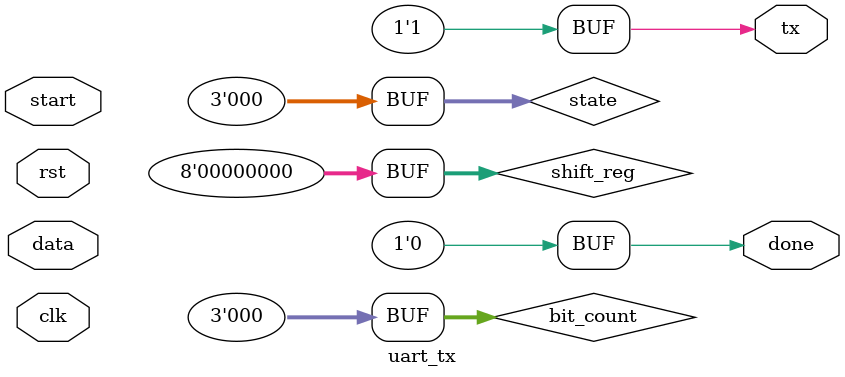
<source format=v>
module uart_tx(
    input clk,
    input rst,
    input [7:0] data,
    input start,
    output reg tx,
    output reg done
);

    parameter IDLE = 0, START = 1, DATA = 2, STOP = 3;
    reg [2:0] state;
    reg [2:0] bit_count;
    reg [7:0] shift_reg;

    initial begin
        tx = 1'b1;
        done = 0;
        state = IDLE;
        bit_count = 0;
        shift_reg = 0;
    end
    
 // this part wil be changed
    
/*
    always @(posedge clk or posedge rst) begin
        if (rst) begin
            state <= IDLE;
            tx <= 1'b1;
            done <= 0;
        end else begin
            case(state)
                IDLE:
                    if (start) begin
                        shift_reg <= data;
                        state <= START;
                    end

                START:
                    tx <= 0;  
                    state <= 2;

                DATA:
                    tx <= shift_reg[0];
                    shift_reg <= {1'b0, shift_reg[7:1]};
                    bit_count <= bit_count + 1;
                    if (bit_count == 3'd8) begin
                        state <= STOP;
                    end

                STOP:
                    tx <= 1'b1;  // Send stop bit
                    done <= 1;
                    state <= IDLE;
            endcase
        end
    end

*/
endmodule

</source>
